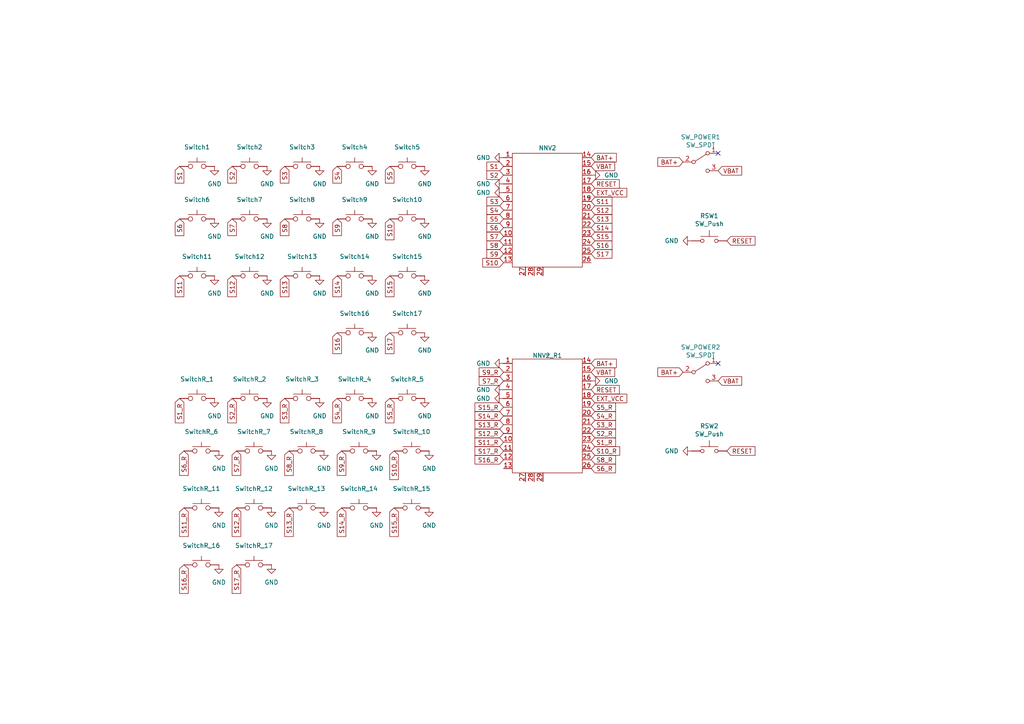
<source format=kicad_sch>
(kicad_sch (version 20250114) (generator "eeschema") (generator_version "9.0")
  (paper "A4")
  (lib_symbols
    (symbol "MCC NNV2:NNano_v2"
      (property "Reference" "NNV2" (at 0 1.27 0))
      (symbol "NNano_v2_0_1"
        (rectangle (start -10.16 0) (end 10.16 -33.02))
      )
      (symbol "NNano_v2_1_1"
        (pin passive line (at -12.7 -1.27 0) (length 2.54) (name "") (number "1"))
        (pin passive line (at -12.7 -3.81 0) (length 2.54) (name "") (number "2"))
        (pin passive line (at -12.7 -6.35 0) (length 2.54) (name "") (number "3"))
        (pin passive line (at -12.7 -8.89 0) (length 2.54) (name "") (number "4"))
        (pin passive line (at -12.7 -11.43 0) (length 2.54) (name "") (number "5"))
        (pin passive line (at -12.7 -13.97 0) (length 2.54) (name "") (number "6"))
        (pin passive line (at -12.7 -16.51 0) (length 2.54) (name "") (number "7"))
        (pin passive line (at -12.7 -19.05 0) (length 2.54) (name "") (number "8"))
        (pin passive line (at -12.7 -21.59 0) (length 2.54) (name "") (number "9"))
        (pin passive line (at -12.7 -24.13 0) (length 2.54) (name "") (number "10"))
        (pin passive line (at -12.7 -26.67 0) (length 2.54) (name "") (number "11"))
        (pin passive line (at -12.7 -29.21 0) (length 2.54) (name "") (number "12"))
        (pin passive line (at -12.7 -31.75 0) (length 2.54) (name "") (number "13"))
        (pin passive line (at -6.35 -35.56 90) (length 2.54) (name "") (number "27"))
        (pin passive line (at -3.81 -35.56 90) (length 2.54) (name "") (number "28"))
        (pin passive line (at -1.27 -35.56 90) (length 2.54) (name "") (number "29"))
        (pin passive line (at 12.7 -1.27 180) (length 2.54) (name "") (number "14"))
        (pin passive line (at 12.7 -3.81 180) (length 2.54) (name "") (number "15"))
        (pin passive line (at 12.7 -6.35 180) (length 2.54) (name "") (number "16"))
        (pin passive line (at 12.7 -8.89 180) (length 2.54) (name "") (number "17"))
        (pin passive line (at 12.7 -11.43 180) (length 2.54) (name "") (number "18"))
        (pin passive line (at 12.7 -13.97 180) (length 2.54) (name "") (number "19"))
        (pin passive line (at 12.7 -16.51 180) (length 2.54) (name "") (number "20"))
        (pin passive line (at 12.7 -19.05 180) (length 2.54) (name "") (number "21"))
        (pin passive line (at 12.7 -21.59 180) (length 2.54) (name "") (number "22"))
        (pin passive line (at 12.7 -24.13 180) (length 2.54) (name "") (number "23"))
        (pin passive line (at 12.7 -26.67 180) (length 2.54) (name "") (number "24"))
        (pin passive line (at 12.7 -29.21 180) (length 2.54) (name "") (number "25"))
        (pin passive line (at 12.7 -31.75 180) (length 2.54) (name "") (number "26"))
      )
    )
    (symbol "NNano_v2_1"
      (property "Reference" "NNV2" (at 0 1.27 0))
      (symbol "NNano_v2_1_0_1"
        (rectangle (start -10.16 0) (end 10.16 -33.02))
      )
      (symbol "NNano_v2_1_1_1"
        (pin passive line (at -12.7 -1.27 0) (length 2.54) (name "") (number "1"))
        (pin passive line (at -12.7 -3.81 0) (length 2.54) (name "") (number "2"))
        (pin passive line (at -12.7 -6.35 0) (length 2.54) (name "") (number "3"))
        (pin passive line (at -12.7 -8.89 0) (length 2.54) (name "") (number "4"))
        (pin passive line (at -12.7 -11.43 0) (length 2.54) (name "") (number "5"))
        (pin passive line (at -12.7 -13.97 0) (length 2.54) (name "") (number "6"))
        (pin passive line (at -12.7 -16.51 0) (length 2.54) (name "") (number "7"))
        (pin passive line (at -12.7 -19.05 0) (length 2.54) (name "") (number "8"))
        (pin passive line (at -12.7 -21.59 0) (length 2.54) (name "") (number "9"))
        (pin passive line (at -12.7 -24.13 0) (length 2.54) (name "") (number "10"))
        (pin passive line (at -12.7 -26.67 0) (length 2.54) (name "") (number "11"))
        (pin passive line (at -12.7 -29.21 0) (length 2.54) (name "") (number "12"))
        (pin passive line (at -12.7 -31.75 0) (length 2.54) (name "") (number "13"))
        (pin passive line (at -6.35 -35.56 90) (length 2.54) (name "") (number "27"))
        (pin passive line (at -3.81 -35.56 90) (length 2.54) (name "") (number "28"))
        (pin passive line (at -1.27 -35.56 90) (length 2.54) (name "") (number "29"))
        (pin passive line (at 12.7 -1.27 180) (length 2.54) (name "") (number "14"))
        (pin passive line (at 12.7 -3.81 180) (length 2.54) (name "") (number "15"))
        (pin passive line (at 12.7 -6.35 180) (length 2.54) (name "") (number "16"))
        (pin passive line (at 12.7 -8.89 180) (length 2.54) (name "") (number "17"))
        (pin passive line (at 12.7 -11.43 180) (length 2.54) (name "") (number "18"))
        (pin passive line (at 12.7 -13.97 180) (length 2.54) (name "") (number "19"))
        (pin passive line (at 12.7 -16.51 180) (length 2.54) (name "") (number "20"))
        (pin passive line (at 12.7 -19.05 180) (length 2.54) (name "") (number "21"))
        (pin passive line (at 12.7 -21.59 180) (length 2.54) (name "") (number "22"))
        (pin passive line (at 12.7 -24.13 180) (length 2.54) (name "") (number "23"))
        (pin passive line (at 12.7 -26.67 180) (length 2.54) (name "") (number "24"))
        (pin passive line (at 12.7 -29.21 180) (length 2.54) (name "") (number "25"))
        (pin passive line (at 12.7 -31.75 180) (length 2.54) (name "") (number "26"))
      )
    )
    (symbol "Switch:SW_Push" (pin_numbers (hide yes)) (pin_names (offset 1.016) (hide yes))
      (property "Reference" "SW" (at 1.27 2.54 0))
      (property "Value" "SW_Push" (at 0 -1.524 0))
      (symbol "SW_Push_0_1"
        (circle (center -2.032 0) (radius 0.508))
        (polyline (pts (xy 0 1.27) (xy 0 3.048)))
        (circle (center 2.032 0) (radius 0.508))
        (polyline (pts (xy 2.54 1.27) (xy -2.54 1.27)))
        (pin passive line (at -5.08 0 0) (length 2.54) (name "1") (number "1"))
        (pin passive line (at 5.08 0 180) (length 2.54) (name "2") (number "2"))
      )
    )
    (symbol "Switch:SW_SPDT" (pin_names (offset 0) (hide yes))
      (property "Reference" "SW" (at 0 4.318 0))
      (property "Value" "SW_SPDT" (at 0 -5.08 0))
      (symbol "SW_SPDT_0_0"
        (circle (center -2.032 0) (radius 0.508))
        (circle (center 2.032 -2.54) (radius 0.508))
      )
      (symbol "SW_SPDT_0_1"
        (polyline (pts (xy -1.524 0.254) (xy 1.651 2.286)))
        (circle (center 2.032 2.54) (radius 0.508))
      )
      (symbol "SW_SPDT_1_1"
        (pin passive line (at -5.08 0 0) (length 2.54) (name "B") (number "2"))
        (pin passive line (at 5.08 2.54 180) (length 2.54) (name "A") (number "1"))
        (pin passive line (at 5.08 -2.54 180) (length 2.54) (name "C") (number "3"))
      )
    )
    (symbol "Switches:Kailh_ChocV2_Switch" (pin_numbers (hide yes)) (pin_names (hide yes))
      (property "Reference" "Switch" (at 0 3.81 0))
      (symbol "Kailh_ChocV2_Switch_0_1"
        (polyline (pts (xy -2.54 1.27) (xy 2.54 1.27)))
        (circle (center -1.905 0) (radius 0.635))
        (polyline (pts (xy 0 1.27) (xy 0 2.54)))
        (circle (center 1.905 0) (radius 0.635))
      )
      (symbol "Kailh_ChocV2_Switch_1_1"
        (pin passive line (at -5.08 0 0) (length 2.54) (name "1") (number "1"))
        (pin passive line (at 5.08 0 180) (length 2.54) (name "2") (number "2"))
      )
    )
    (symbol "power:GND" (power) (pin_numbers (hide yes)) (pin_names (offset 0) (hide yes))
      (property "Value" "GND" (at 0 -3.81 0))
      (symbol "GND_0_1"
        (polyline (pts (xy 0 0) (xy 0 -1.27) (xy 1.27 -1.27) (xy 0 -2.54) (xy -1.27 -1.27) (xy 0 -1.27)))
      )
      (symbol "GND_1_1"
        (pin power_in line (at 0 0 270) (length 0) (name "~") (number "1"))
      )
    )
  )
  (no_connect (at 208.28 105.41))
  (no_connect (at 208.28 44.45))
  (global_label "S8" (shape input) (at 146.05 71.12 180) (property "Intersheetrefs" "${INTERSHEET_REFS}" (effects (hide yes))))
  (global_label "S10" (shape input) (at 146.05 76.2 180) (property "Intersheetrefs" "${INTERSHEET_REFS}" (effects (hide yes))))
  (global_label "S12" (shape input) (at 67.31 80.01 270) (property "Intersheetrefs" "${INTERSHEET_REFS}" (effects (hide yes))))
  (global_label "S10_R" (shape input) (at 171.45 130.81 0) (property "Intersheetrefs" "${INTERSHEET_REFS}" (effects (hide yes))))
  (global_label "S14" (shape input) (at 171.45 66.04 0) (property "Intersheetrefs" "${INTERSHEET_REFS}" (effects (hide yes))))
  (global_label "S16_R" (shape input) (at 53.34 163.83 270) (property "Intersheetrefs" "${INTERSHEET_REFS}" (effects (hide yes))))
  (global_label "S11_R" (shape input) (at 53.34 147.32 270) (property "Intersheetrefs" "${INTERSHEET_REFS}" (effects (hide yes))))
  (global_label "S9_R" (shape input) (at 146.05 107.95 180) (property "Intersheetrefs" "${INTERSHEET_REFS}" (effects (hide yes))))
  (global_label "S3" (shape input) (at 82.55 48.26 270) (property "Intersheetrefs" "${INTERSHEET_REFS}" (effects (hide yes))))
  (global_label "S2_R" (shape input) (at 171.45 125.73 0) (property "Intersheetrefs" "${INTERSHEET_REFS}" (effects (hide yes))))
  (global_label "S10_R" (shape input) (at 114.3 130.81 270) (property "Intersheetrefs" "${INTERSHEET_REFS}" (effects (hide yes))))
  (global_label "S2" (shape input) (at 146.05 50.8 180) (property "Intersheetrefs" "${INTERSHEET_REFS}" (effects (hide yes))))
  (global_label "S12_R" (shape input) (at 146.05 125.73 180) (property "Intersheetrefs" "${INTERSHEET_REFS}" (effects (hide yes))))
  (global_label "S3" (shape input) (at 146.05 58.42 180) (property "Intersheetrefs" "${INTERSHEET_REFS}" (effects (hide yes))))
  (global_label "RESET" (shape input) (at 171.45 113.03 0) (property "Intersheetrefs" "${INTERSHEET_REFS}" (effects (hide yes))))
  (global_label "S14" (shape input) (at 97.79 80.01 270) (property "Intersheetrefs" "${INTERSHEET_REFS}" (effects (hide yes))))
  (global_label "VBAT" (shape input) (at 171.45 107.95 0) (property "Intersheetrefs" "${INTERSHEET_REFS}" (effects (hide yes))))
  (global_label "S13" (shape input) (at 82.55 80.01 270) (property "Intersheetrefs" "${INTERSHEET_REFS}" (effects (hide yes))))
  (global_label "S4_R" (shape input) (at 171.45 120.65 0) (property "Intersheetrefs" "${INTERSHEET_REFS}" (effects (hide yes))))
  (global_label "S16_R" (shape input) (at 146.05 133.35 180) (property "Intersheetrefs" "${INTERSHEET_REFS}" (effects (hide yes))))
  (global_label "S4_R" (shape input) (at 97.79 115.57 270) (property "Intersheetrefs" "${INTERSHEET_REFS}" (effects (hide yes))))
  (global_label "VBAT" (shape input) (at 208.28 49.53 0) (property "Intersheetrefs" "${INTERSHEET_REFS}" (effects (hide yes))))
  (global_label "S3_R" (shape input) (at 82.55 115.57 270) (property "Intersheetrefs" "${INTERSHEET_REFS}" (effects (hide yes))))
  (global_label "RESET" (shape input) (at 210.82 69.85 0) (property "Intersheetrefs" "${INTERSHEET_REFS}" (effects (hide yes))))
  (global_label "S1_R" (shape input) (at 52.07 115.57 270) (property "Intersheetrefs" "${INTERSHEET_REFS}" (effects (hide yes))))
  (global_label "S17_R" (shape input) (at 68.58 163.83 270) (property "Intersheetrefs" "${INTERSHEET_REFS}" (effects (hide yes))))
  (global_label "S17_R" (shape input) (at 146.05 130.81 180) (property "Intersheetrefs" "${INTERSHEET_REFS}" (effects (hide yes))))
  (global_label "S1_R" (shape input) (at 171.45 128.27 0) (property "Intersheetrefs" "${INTERSHEET_REFS}" (effects (hide yes))))
  (global_label "S7_R" (shape input) (at 146.05 110.49 180) (property "Intersheetrefs" "${INTERSHEET_REFS}" (effects (hide yes))))
  (global_label "S1" (shape input) (at 146.05 48.26 180) (property "Intersheetrefs" "${INTERSHEET_REFS}" (effects (hide yes))))
  (global_label "BAT+" (shape input) (at 171.45 45.72 0) (property "Intersheetrefs" "${INTERSHEET_REFS}" (effects (hide yes))))
  (global_label "S16" (shape input) (at 171.45 71.12 0) (property "Intersheetrefs" "${INTERSHEET_REFS}" (effects (hide yes))))
  (global_label "S5_R" (shape input) (at 113.03 115.57 270) (property "Intersheetrefs" "${INTERSHEET_REFS}" (effects (hide yes))))
  (global_label "RESET" (shape input) (at 210.82 130.81 0) (property "Intersheetrefs" "${INTERSHEET_REFS}" (effects (hide yes))))
  (global_label "S15_R" (shape input) (at 146.05 118.11 180) (property "Intersheetrefs" "${INTERSHEET_REFS}" (effects (hide yes))))
  (global_label "VBAT" (shape input) (at 171.45 48.26 0) (property "Intersheetrefs" "${INTERSHEET_REFS}" (effects (hide yes))))
  (global_label "S9" (shape input) (at 97.79 63.5 270) (property "Intersheetrefs" "${INTERSHEET_REFS}" (effects (hide yes))))
  (global_label "S14_R" (shape input) (at 99.06 147.32 270) (property "Intersheetrefs" "${INTERSHEET_REFS}" (effects (hide yes))))
  (global_label "EXT_VCC" (shape input) (at 171.45 115.57 0) (property "Intersheetrefs" "${INTERSHEET_REFS}" (effects (hide yes))))
  (global_label "BAT+" (shape input) (at 171.45 105.41 0) (property "Intersheetrefs" "${INTERSHEET_REFS}" (effects (hide yes))))
  (global_label "BAT+" (shape input) (at 198.12 46.99 180) (property "Intersheetrefs" "${INTERSHEET_REFS}" (effects (hide yes))))
  (global_label "S7" (shape input) (at 146.05 68.58 180) (property "Intersheetrefs" "${INTERSHEET_REFS}" (effects (hide yes))))
  (global_label "S8_R" (shape input) (at 171.45 133.35 0) (property "Intersheetrefs" "${INTERSHEET_REFS}" (effects (hide yes))))
  (global_label "S2_R" (shape input) (at 67.31 115.57 270) (property "Intersheetrefs" "${INTERSHEET_REFS}" (effects (hide yes))))
  (global_label "S5_R" (shape input) (at 171.45 118.11 0) (property "Intersheetrefs" "${INTERSHEET_REFS}" (effects (hide yes))))
  (global_label "S12" (shape input) (at 171.45 60.96 0) (property "Intersheetrefs" "${INTERSHEET_REFS}" (effects (hide yes))))
  (global_label "S15" (shape input) (at 171.45 68.58 0) (property "Intersheetrefs" "${INTERSHEET_REFS}" (effects (hide yes))))
  (global_label "BAT+" (shape input) (at 198.12 107.95 180) (property "Intersheetrefs" "${INTERSHEET_REFS}" (effects (hide yes))))
  (global_label "S17" (shape input) (at 113.03 96.52 270) (property "Intersheetrefs" "${INTERSHEET_REFS}" (effects (hide yes))))
  (global_label "S1" (shape input) (at 52.07 48.26 270) (property "Intersheetrefs" "${INTERSHEET_REFS}" (effects (hide yes))))
  (global_label "S5" (shape input) (at 113.03 48.26 270) (property "Intersheetrefs" "${INTERSHEET_REFS}" (effects (hide yes))))
  (global_label "S2" (shape input) (at 67.31 48.26 270) (property "Intersheetrefs" "${INTERSHEET_REFS}" (effects (hide yes))))
  (global_label "S6_R" (shape input) (at 53.34 130.81 270) (property "Intersheetrefs" "${INTERSHEET_REFS}" (effects (hide yes))))
  (global_label "S7" (shape input) (at 67.31 63.5 270) (property "Intersheetrefs" "${INTERSHEET_REFS}" (effects (hide yes))))
  (global_label "S9_R" (shape input) (at 99.06 130.81 270) (property "Intersheetrefs" "${INTERSHEET_REFS}" (effects (hide yes))))
  (global_label "S13_R" (shape input) (at 146.05 123.19 180) (property "Intersheetrefs" "${INTERSHEET_REFS}" (effects (hide yes))))
  (global_label "S6" (shape input) (at 52.07 63.5 270) (property "Intersheetrefs" "${INTERSHEET_REFS}" (effects (hide yes))))
  (global_label "S12_R" (shape input) (at 68.58 147.32 270) (property "Intersheetrefs" "${INTERSHEET_REFS}" (effects (hide yes))))
  (global_label "S15" (shape input) (at 113.03 80.01 270) (property "Intersheetrefs" "${INTERSHEET_REFS}" (effects (hide yes))))
  (global_label "VBAT" (shape input) (at 208.28 110.49 0) (property "Intersheetrefs" "${INTERSHEET_REFS}" (effects (hide yes))))
  (global_label "S7_R" (shape input) (at 68.58 130.81 270) (property "Intersheetrefs" "${INTERSHEET_REFS}" (effects (hide yes))))
  (global_label "S14_R" (shape input) (at 146.05 120.65 180) (property "Intersheetrefs" "${INTERSHEET_REFS}" (effects (hide yes))))
  (global_label "S5" (shape input) (at 146.05 63.5 180) (property "Intersheetrefs" "${INTERSHEET_REFS}" (effects (hide yes))))
  (global_label "RESET" (shape input) (at 171.45 53.34 0) (property "Intersheetrefs" "${INTERSHEET_REFS}" (effects (hide yes))))
  (global_label "S11" (shape input) (at 52.07 80.01 270) (property "Intersheetrefs" "${INTERSHEET_REFS}" (effects (hide yes))))
  (global_label "S15_R" (shape input) (at 114.3 147.32 270) (property "Intersheetrefs" "${INTERSHEET_REFS}" (effects (hide yes))))
  (global_label "S13_R" (shape input) (at 83.82 147.32 270) (property "Intersheetrefs" "${INTERSHEET_REFS}" (effects (hide yes))))
  (global_label "S8" (shape input) (at 82.55 63.5 270) (property "Intersheetrefs" "${INTERSHEET_REFS}" (effects (hide yes))))
  (global_label "S10" (shape input) (at 113.03 63.5 270) (property "Intersheetrefs" "${INTERSHEET_REFS}" (effects (hide yes))))
  (global_label "S9" (shape input) (at 146.05 73.66 180) (property "Intersheetrefs" "${INTERSHEET_REFS}" (effects (hide yes))))
  (global_label "S13" (shape input) (at 171.45 63.5 0) (property "Intersheetrefs" "${INTERSHEET_REFS}" (effects (hide yes))))
  (global_label "EXT_VCC" (shape input) (at 171.45 55.88 0) (property "Intersheetrefs" "${INTERSHEET_REFS}" (effects (hide yes))))
  (global_label "S17" (shape input) (at 171.45 73.66 0) (property "Intersheetrefs" "${INTERSHEET_REFS}" (effects (hide yes))))
  (global_label "S16" (shape input) (at 97.79 96.52 270) (property "Intersheetrefs" "${INTERSHEET_REFS}" (effects (hide yes))))
  (global_label "S6" (shape input) (at 146.05 66.04 180) (property "Intersheetrefs" "${INTERSHEET_REFS}" (effects (hide yes))))
  (global_label "S11" (shape input) (at 171.45 58.42 0) (property "Intersheetrefs" "${INTERSHEET_REFS}" (effects (hide yes))))
  (global_label "S4" (shape input) (at 146.05 60.96 180) (property "Intersheetrefs" "${INTERSHEET_REFS}" (effects (hide yes))))
  (global_label "S11_R" (shape input) (at 146.05 128.27 180) (property "Intersheetrefs" "${INTERSHEET_REFS}" (effects (hide yes))))
  (global_label "S8_R" (shape input) (at 83.82 130.81 270) (property "Intersheetrefs" "${INTERSHEET_REFS}" (effects (hide yes))))
  (global_label "S6_R" (shape input) (at 171.45 135.89 0) (property "Intersheetrefs" "${INTERSHEET_REFS}" (effects (hide yes))))
  (global_label "S3_R" (shape input) (at 171.45 123.19 0) (property "Intersheetrefs" "${INTERSHEET_REFS}" (effects (hide yes))))
  (global_label "S4" (shape input) (at 97.79 48.26 270) (property "Intersheetrefs" "${INTERSHEET_REFS}" (effects (hide yes))))
  (symbol (lib_id "Switches:Kailh_ChocV2_Switch") (at 73.66 163.83 0) (unit 1)
    (property "Reference" "SwitchR_17" (at 73.66 158.242 0))
    (property "Footprint" "Switches:keyswitch_cherrymx_alps_choc12_slots_1u" (effects (hide yes)))
  )
  (symbol (lib_id "power:GND") (at 200.66 69.85 270) (unit 1)
    (property "Reference" "#PWR043" (effects (hide yes)))
    (property "Value" "GND" (at 196.85 69.8499 90) (effects (justify right)))
    (property "Description" "Power symbol creates a global label with name \"GND\" , ground" (effects (hide yes)))
  )
  (symbol (lib_id "Switches:Kailh_ChocV2_Switch") (at 57.15 80.01 0) (unit 1)
    (property "Reference" "Switch11" (at 57.15 74.422 0))
    (property "Footprint" "Switches:keyswitch_cherrymx_alps_choc12_slots_1u" (effects (hide yes)))
  )
  (symbol (lib_id "Switches:Kailh_ChocV2_Switch") (at 72.39 48.26 0) (unit 1)
    (property "Reference" "Switch2" (at 72.39 42.672 0))
    (property "Footprint" "Switches:keyswitch_cherrymx_alps_choc12_slots_1u" (effects (hide yes)))
  )
  (symbol (lib_id "power:GND") (at 109.22 147.32 0) (unit 1)
    (property "Reference" "#PWR034" (effects (hide yes)))
    (property "Value" "GND" (at 109.22 152.4 0))
    (property "Description" "Power symbol creates a global label with name \"GND\" , ground" (effects (hide yes)))
  )
  (symbol (lib_id "Switches:Kailh_ChocV2_Switch") (at 102.87 80.01 0) (unit 1)
    (property "Reference" "Switch14" (at 102.87 74.422 0))
    (property "Footprint" "Switches:keyswitch_cherrymx_alps_choc12_slots_1u" (effects (hide yes)))
  )
  (symbol (lib_id "power:GND") (at 146.05 55.88 270) (unit 1)
    (property "Reference" "#PWR03" (effects (hide yes)))
    (property "Value" "GND" (at 142.24 55.8799 90) (effects (justify right)))
    (property "Description" "Power symbol creates a global label with name \"GND\" , ground" (effects (hide yes)))
  )
  (symbol (lib_id "power:GND") (at 62.23 80.01 0) (unit 1)
    (property "Reference" "#PWR014" (effects (hide yes)))
    (property "Value" "GND" (at 62.23 85.09 0))
    (property "Description" "Power symbol creates a global label with name \"GND\" , ground" (effects (hide yes)))
  )
  (symbol (lib_id "Switches:Kailh_ChocV2_Switch") (at 102.87 63.5 0) (unit 1)
    (property "Reference" "Switch9" (at 102.87 57.912 0))
    (property "Footprint" "Switches:keyswitch_cherrymx_alps_choc12_slots_1u" (effects (hide yes)))
  )
  (symbol (lib_id "power:GND") (at 124.46 130.81 0) (unit 1)
    (property "Reference" "#PWR030" (effects (hide yes)))
    (property "Value" "GND" (at 124.46 135.89 0))
    (property "Description" "Power symbol creates a global label with name \"GND\" , ground" (effects (hide yes)))
  )
  (symbol (lib_id "power:GND") (at 93.98 130.81 0) (unit 1)
    (property "Reference" "#PWR028" (effects (hide yes)))
    (property "Value" "GND" (at 93.98 135.89 0))
    (property "Description" "Power symbol creates a global label with name \"GND\" , ground" (effects (hide yes)))
  )
  (symbol (lib_id "Switches:Kailh_ChocV2_Switch") (at 57.15 63.5 0) (unit 1)
    (property "Reference" "Switch6" (at 57.15 57.912 0))
    (property "Footprint" "Switches:keyswitch_cherrymx_alps_choc12_slots_1u" (effects (hide yes)))
  )
  (symbol (lib_id "power:GND") (at 146.05 105.41 270) (unit 1)
    (property "Reference" "#PWR039" (effects (hide yes)))
    (property "Value" "GND" (at 142.24 105.4099 90) (effects (justify right)))
    (property "Description" "Power symbol creates a global label with name \"GND\" , ground" (effects (hide yes)))
  )
  (symbol (lib_id "Switches:Kailh_ChocV2_Switch") (at 73.66 147.32 0) (unit 1)
    (property "Reference" "SwitchR_12" (at 73.66 141.732 0))
    (property "Footprint" "Switches:keyswitch_cherrymx_alps_choc12_slots_1u" (effects (hide yes)))
  )
  (symbol (lib_id "Switches:Kailh_ChocV2_Switch") (at 73.66 130.81 0) (unit 1)
    (property "Reference" "SwitchR_7" (at 73.66 125.222 0))
    (property "Footprint" "Switches:keyswitch_cherrymx_alps_choc12_slots_1u" (effects (hide yes)))
  )
  (symbol (lib_id "power:GND") (at 146.05 45.72 270) (unit 1)
    (property "Reference" "#PWR01" (effects (hide yes)))
    (property "Value" "GND" (at 142.24 45.7199 90) (effects (justify right)))
    (property "Description" "Power symbol creates a global label with name \"GND\" , ground" (effects (hide yes)))
  )
  (symbol (lib_id "power:GND") (at 92.71 63.5 0) (unit 1)
    (property "Reference" "#PWR011" (effects (hide yes)))
    (property "Value" "GND" (at 92.71 68.58 0))
    (property "Description" "Power symbol creates a global label with name \"GND\" , ground" (effects (hide yes)))
  )
  (symbol (lib_id "Switches:Kailh_ChocV2_Switch") (at 57.15 48.26 0) (unit 1)
    (property "Reference" "Switch1" (at 57.15 42.672 0))
    (property "Footprint" "Switches:keyswitch_cherrymx_alps_choc12_slots_1u" (effects (hide yes)))
  )
  (symbol (lib_id "power:GND") (at 146.05 113.03 270) (unit 1)
    (property "Reference" "#PWR040" (effects (hide yes)))
    (property "Value" "GND" (at 142.24 113.0299 90) (effects (justify right)))
    (property "Description" "Power symbol creates a global label with name \"GND\" , ground" (effects (hide yes)))
  )
  (symbol (lib_id "Switches:Kailh_ChocV2_Switch") (at 104.14 130.81 0) (unit 1)
    (property "Reference" "SwitchR_9" (at 104.14 125.222 0))
    (property "Footprint" "Switches:keyswitch_cherrymx_alps_choc12_slots_1u" (effects (hide yes)))
  )
  (symbol (lib_id "Switches:Kailh_ChocV2_Switch") (at 119.38 130.81 0) (unit 1)
    (property "Reference" "SwitchR_10" (at 119.38 125.222 0))
    (property "Footprint" "Switches:keyswitch_cherrymx_alps_choc12_slots_1u" (effects (hide yes)))
  )
  (symbol (lib_id "Switches:Kailh_ChocV2_Switch") (at 102.87 48.26 0) (unit 1)
    (property "Reference" "Switch4" (at 102.87 42.672 0))
    (property "Footprint" "Switches:keyswitch_cherrymx_alps_choc12_slots_1u" (effects (hide yes)))
  )
  (symbol (lib_id "Switches:Kailh_ChocV2_Switch") (at 119.38 147.32 0) (unit 1)
    (property "Reference" "SwitchR_15" (at 119.38 141.732 0))
    (property "Footprint" "Switches:keyswitch_cherrymx_alps_choc12_slots_1u" (effects (hide yes)))
  )
  (symbol (lib_id "power:GND") (at 123.19 96.52 0) (unit 1)
    (property "Reference" "#PWR020" (effects (hide yes)))
    (property "Value" "GND" (at 123.19 101.6 0))
    (property "Description" "Power symbol creates a global label with name \"GND\" , ground" (effects (hide yes)))
  )
  (symbol (lib_id "power:GND") (at 63.5 147.32 0) (unit 1)
    (property "Reference" "#PWR031" (effects (hide yes)))
    (property "Value" "GND" (at 63.5 152.4 0))
    (property "Description" "Power symbol creates a global label with name \"GND\" , ground" (effects (hide yes)))
  )
  (symbol (lib_id "power:GND") (at 78.74 163.83 0) (unit 1)
    (property "Reference" "#PWR037" (effects (hide yes)))
    (property "Value" "GND" (at 78.74 168.91 0))
    (property "Description" "Power symbol creates a global label with name \"GND\" , ground" (effects (hide yes)))
  )
  (symbol (lib_id "power:GND") (at 123.19 48.26 0) (unit 1)
    (property "Reference" "#PWR08" (effects (hide yes)))
    (property "Value" "GND" (at 123.19 53.34 0))
    (property "Description" "Power symbol creates a global label with name \"GND\" , ground" (effects (hide yes)))
  )
  (symbol (lib_id "Switch:SW_SPDT") (at 203.2 46.99 0) (unit 1)
    (property "Reference" "SW_POWER1" (at 203.2 39.751 0))
    (property "Value" "SW_SPDT" (at 203.2 42.0624 0))
    (property "Footprint" "switch_button:smt-slider-switch" (effects (hide yes)))
  )
  (symbol (lib_id "power:GND") (at 107.95 96.52 0) (unit 1)
    (property "Reference" "#PWR019" (effects (hide yes)))
    (property "Value" "GND" (at 107.95 101.6 0))
    (property "Description" "Power symbol creates a global label with name \"GND\" , ground" (effects (hide yes)))
  )
  (symbol (lib_id "power:GND") (at 107.95 80.01 0) (unit 1)
    (property "Reference" "#PWR017" (effects (hide yes)))
    (property "Value" "GND" (at 107.95 85.09 0))
    (property "Description" "Power symbol creates a global label with name \"GND\" , ground" (effects (hide yes)))
  )
  (symbol (lib_id "power:GND") (at 146.05 53.34 270) (unit 1)
    (property "Reference" "#PWR02" (effects (hide yes)))
    (property "Value" "GND" (at 142.24 53.3399 90) (effects (justify right)))
    (property "Description" "Power symbol creates a global label with name \"GND\" , ground" (effects (hide yes)))
  )
  (symbol (lib_id "power:GND") (at 62.23 115.57 0) (unit 1)
    (property "Reference" "#PWR021" (effects (hide yes)))
    (property "Value" "GND" (at 62.23 120.65 0))
    (property "Description" "Power symbol creates a global label with name \"GND\" , ground" (effects (hide yes)))
  )
  (symbol (lib_id "power:GND") (at 92.71 48.26 0) (unit 1)
    (property "Reference" "#PWR06" (effects (hide yes)))
    (property "Value" "GND" (at 92.71 53.34 0))
    (property "Description" "Power symbol creates a global label with name \"GND\" , ground" (effects (hide yes)))
  )
  (symbol (lib_id "Switch:SW_Push") (at 205.74 69.85 0) (unit 1)
    (property "Reference" "RSW1" (at 205.74 62.611 0))
    (property "Value" "SW_Push" (at 205.74 64.9224 0))
    (property "Footprint" "reset:SW_RESET" (effects (hide yes)))
  )
  (symbol (lib_id "Switches:Kailh_ChocV2_Switch") (at 88.9 130.81 0) (unit 1)
    (property "Reference" "SwitchR_8" (at 88.9 125.222 0))
    (property "Footprint" "Switches:keyswitch_cherrymx_alps_choc12_slots_1u" (effects (hide yes)))
  )
  (symbol (lib_id "Switches:Kailh_ChocV2_Switch") (at 72.39 80.01 0) (unit 1)
    (property "Reference" "Switch12" (at 72.39 74.422 0))
    (property "Footprint" "Switches:keyswitch_cherrymx_alps_choc12_slots_1u" (effects (hide yes)))
  )
  (symbol (lib_id "power:GND") (at 78.74 130.81 0) (unit 1)
    (property "Reference" "#PWR027" (effects (hide yes)))
    (property "Value" "GND" (at 78.74 135.89 0))
    (property "Description" "Power symbol creates a global label with name \"GND\" , ground" (effects (hide yes)))
  )
  (symbol (lib_id "Switches:Kailh_ChocV2_Switch") (at 104.14 147.32 0) (unit 1)
    (property "Reference" "SwitchR_14" (at 104.14 141.732 0))
    (property "Footprint" "Switches:keyswitch_cherrymx_alps_choc12_slots_1u" (effects (hide yes)))
  )
  (symbol (lib_id "Switches:Kailh_ChocV2_Switch") (at 72.39 63.5 0) (unit 1)
    (property "Reference" "Switch7" (at 72.39 57.912 0))
    (property "Footprint" "Switches:keyswitch_cherrymx_alps_choc12_slots_1u" (effects (hide yes)))
  )
  (symbol (lib_id "power:GND") (at 124.46 147.32 0) (unit 1)
    (property "Reference" "#PWR035" (effects (hide yes)))
    (property "Value" "GND" (at 124.46 152.4 0))
    (property "Description" "Power symbol creates a global label with name \"GND\" , ground" (effects (hide yes)))
  )
  (symbol (lib_id "power:GND") (at 107.95 115.57 0) (unit 1)
    (property "Reference" "#PWR024" (effects (hide yes)))
    (property "Value" "GND" (at 107.95 120.65 0))
    (property "Description" "Power symbol creates a global label with name \"GND\" , ground" (effects (hide yes)))
  )
  (symbol (lib_id "Switches:Kailh_ChocV2_Switch") (at 58.42 163.83 0) (unit 1)
    (property "Reference" "SwitchR_16" (at 58.42 158.242 0))
    (property "Footprint" "Switches:keyswitch_cherrymx_alps_choc12_slots_1u" (effects (hide yes)))
  )
  (symbol (lib_id "power:GND") (at 123.19 80.01 0) (unit 1)
    (property "Reference" "#PWR018" (effects (hide yes)))
    (property "Value" "GND" (at 123.19 85.09 0))
    (property "Description" "Power symbol creates a global label with name \"GND\" , ground" (effects (hide yes)))
  )
  (symbol (lib_id "Switch:SW_SPDT") (at 203.2 107.95 0) (unit 1)
    (property "Reference" "SW_POWER2" (at 203.2 100.711 0))
    (property "Value" "SW_SPDT" (at 203.2 103.0224 0))
    (property "Footprint" "switch_button:smt-slider-switch" (effects (hide yes)))
  )
  (symbol (lib_id "Switches:Kailh_ChocV2_Switch") (at 58.42 147.32 0) (unit 1)
    (property "Reference" "SwitchR_11" (at 58.42 141.732 0))
    (property "Footprint" "Switches:keyswitch_cherrymx_alps_choc12_slots_1u" (effects (hide yes)))
  )
  (symbol (lib_id "power:GND") (at 92.71 115.57 0) (unit 1)
    (property "Reference" "#PWR023" (effects (hide yes)))
    (property "Value" "GND" (at 92.71 120.65 0))
    (property "Description" "Power symbol creates a global label with name \"GND\" , ground" (effects (hide yes)))
  )
  (symbol (lib_id "power:GND") (at 123.19 115.57 0) (unit 1)
    (property "Reference" "#PWR025" (effects (hide yes)))
    (property "Value" "GND" (at 123.19 120.65 0))
    (property "Description" "Power symbol creates a global label with name \"GND\" , ground" (effects (hide yes)))
  )
  (symbol (lib_id "power:GND") (at 109.22 130.81 0) (unit 1)
    (property "Reference" "#PWR029" (effects (hide yes)))
    (property "Value" "GND" (at 109.22 135.89 0))
    (property "Description" "Power symbol creates a global label with name \"GND\" , ground" (effects (hide yes)))
  )
  (symbol (lib_id "Switches:Kailh_ChocV2_Switch") (at 87.63 115.57 0) (unit 1)
    (property "Reference" "SwitchR_3" (at 87.63 109.982 0))
    (property "Footprint" "Switches:keyswitch_cherrymx_alps_choc12_slots_1u" (effects (hide yes)))
  )
  (symbol (lib_id "power:GND") (at 123.19 63.5 0) (unit 1)
    (property "Reference" "#PWR013" (effects (hide yes)))
    (property "Value" "GND" (at 123.19 68.58 0))
    (property "Description" "Power symbol creates a global label with name \"GND\" , ground" (effects (hide yes)))
  )
  (symbol (lib_id "Switch:SW_Push") (at 205.74 130.81 0) (unit 1)
    (property "Reference" "RSW2" (at 205.74 123.571 0))
    (property "Value" "SW_Push" (at 205.74 125.8824 0))
    (property "Footprint" "reset:SW_RESET" (effects (hide yes)))
  )
  (symbol (lib_id "Switches:Kailh_ChocV2_Switch") (at 118.11 115.57 0) (unit 1)
    (property "Reference" "SwitchR_5" (at 118.11 109.982 0))
    (property "Footprint" "Switches:keyswitch_cherrymx_alps_choc12_slots_1u" (effects (hide yes)))
  )
  (symbol (lib_id "Switches:Kailh_ChocV2_Switch") (at 102.87 96.52 0) (unit 1)
    (property "Reference" "Switch16" (at 102.87 90.932 0))
    (property "Footprint" "Switches:keyswitch_cherrymx_alps_choc12_slots_1u" (effects (hide yes)))
  )
  (symbol (lib_id "Switches:Kailh_ChocV2_Switch") (at 72.39 115.57 0) (unit 1)
    (property "Reference" "SwitchR_2" (at 72.39 109.982 0))
    (property "Footprint" "Switches:keyswitch_cherrymx_alps_choc12_slots_1u" (effects (hide yes)))
  )
  (symbol (lib_id "Switches:Kailh_ChocV2_Switch") (at 87.63 48.26 0) (unit 1)
    (property "Reference" "Switch3" (at 87.63 42.672 0))
    (property "Footprint" "Switches:keyswitch_cherrymx_alps_choc12_slots_1u" (effects (hide yes)))
  )
  (symbol (lib_id "power:GND") (at 78.74 147.32 0) (unit 1)
    (property "Reference" "#PWR032" (effects (hide yes)))
    (property "Value" "GND" (at 78.74 152.4 0))
    (property "Description" "Power symbol creates a global label with name \"GND\" , ground" (effects (hide yes)))
  )
  (symbol (lib_name "NNano_v2_1") (lib_id "MCC NNV2:NNano_v2") (at 158.75 44.45 0) (unit 1)
    (property "Reference" "NNV2" (at 156.21 42.926 0) (effects (justify left)))
    (property "Value" "~" (at 170.18 57.15 0) (effects (justify left)))
    (property "Footprint" "Microcontroller:nice_nano" (effects (hide yes)))
  )
  (symbol (lib_id "MCC NNV2:NNano_v2") (at 158.75 104.14 0) (unit 1)
    (property "Reference" "NNV2_R1" (at 158.75 103.124 0))
    (property "Value" "~" (at 158.75 102.87 0))
    (property "Footprint" "Microcontroller:nice_nano" (effects (hide yes)))
  )
  (symbol (lib_id "power:GND") (at 171.45 50.8 90) (mirror x) (unit 1)
    (property "Reference" "#PWR038" (effects (hide yes)))
    (property "Value" "GND" (at 175.26 50.7999 90) (effects (justify right)))
    (property "Description" "Power symbol creates a global label with name \"GND\" , ground" (effects (hide yes)))
  )
  (symbol (lib_id "power:GND") (at 92.71 80.01 0) (unit 1)
    (property "Reference" "#PWR016" (effects (hide yes)))
    (property "Value" "GND" (at 92.71 85.09 0))
    (property "Description" "Power symbol creates a global label with name \"GND\" , ground" (effects (hide yes)))
  )
  (symbol (lib_id "power:GND") (at 107.95 48.26 0) (unit 1)
    (property "Reference" "#PWR07" (effects (hide yes)))
    (property "Value" "GND" (at 107.95 53.34 0))
    (property "Description" "Power symbol creates a global label with name \"GND\" , ground" (effects (hide yes)))
  )
  (symbol (lib_id "Switches:Kailh_ChocV2_Switch") (at 57.15 115.57 0) (unit 1)
    (property "Reference" "SwitchR_1" (at 57.15 109.982 0))
    (property "Footprint" "Switches:keyswitch_cherrymx_alps_choc12_slots_1u" (effects (hide yes)))
  )
  (symbol (lib_id "power:GND") (at 146.05 115.57 270) (unit 1)
    (property "Reference" "#PWR041" (effects (hide yes)))
    (property "Value" "GND" (at 142.24 115.5699 90) (effects (justify right)))
    (property "Description" "Power symbol creates a global label with name \"GND\" , ground" (effects (hide yes)))
  )
  (symbol (lib_id "Switches:Kailh_ChocV2_Switch") (at 87.63 80.01 0) (unit 1)
    (property "Reference" "Switch13" (at 87.63 74.422 0))
    (property "Footprint" "Switches:keyswitch_cherrymx_alps_choc12_slots_1u" (effects (hide yes)))
  )
  (symbol (lib_id "power:GND") (at 107.95 63.5 0) (unit 1)
    (property "Reference" "#PWR012" (effects (hide yes)))
    (property "Value" "GND" (at 107.95 68.58 0))
    (property "Description" "Power symbol creates a global label with name \"GND\" , ground" (effects (hide yes)))
  )
  (symbol (lib_id "Switches:Kailh_ChocV2_Switch") (at 118.11 80.01 0) (unit 1)
    (property "Reference" "Switch15" (at 118.11 74.422 0))
    (property "Footprint" "Switches:keyswitch_cherrymx_alps_choc12_slots_1u" (effects (hide yes)))
  )
  (symbol (lib_id "Switches:Kailh_ChocV2_Switch") (at 58.42 130.81 0) (unit 1)
    (property "Reference" "SwitchR_6" (at 58.42 125.222 0))
    (property "Footprint" "Switches:keyswitch_cherrymx_alps_choc12_slots_1u" (effects (hide yes)))
  )
  (symbol (lib_id "power:GND") (at 63.5 130.81 0) (unit 1)
    (property "Reference" "#PWR026" (effects (hide yes)))
    (property "Value" "GND" (at 63.5 135.89 0))
    (property "Description" "Power symbol creates a global label with name \"GND\" , ground" (effects (hide yes)))
  )
  (symbol (lib_id "Switches:Kailh_ChocV2_Switch") (at 118.11 48.26 0) (unit 1)
    (property "Reference" "Switch5" (at 118.11 42.672 0))
    (property "Footprint" "Switches:keyswitch_cherrymx_alps_choc12_slots_1u" (effects (hide yes)))
  )
  (symbol (lib_id "power:GND") (at 77.47 63.5 0) (unit 1)
    (property "Reference" "#PWR010" (effects (hide yes)))
    (property "Value" "GND" (at 77.47 68.58 0))
    (property "Description" "Power symbol creates a global label with name \"GND\" , ground" (effects (hide yes)))
  )
  (symbol (lib_id "Switches:Kailh_ChocV2_Switch") (at 118.11 96.52 0) (unit 1)
    (property "Reference" "Switch17" (at 118.11 90.932 0))
    (property "Footprint" "Switches:keyswitch_cherrymx_alps_choc12_slots_1u" (effects (hide yes)))
  )
  (symbol (lib_id "power:GND") (at 200.66 130.81 270) (unit 1)
    (property "Reference" "#PWR044" (effects (hide yes)))
    (property "Value" "GND" (at 196.85 130.8099 90) (effects (justify right)))
    (property "Description" "Power symbol creates a global label with name \"GND\" , ground" (effects (hide yes)))
  )
  (symbol (lib_id "power:GND") (at 93.98 147.32 0) (unit 1)
    (property "Reference" "#PWR033" (effects (hide yes)))
    (property "Value" "GND" (at 93.98 152.4 0))
    (property "Description" "Power symbol creates a global label with name \"GND\" , ground" (effects (hide yes)))
  )
  (symbol (lib_id "power:GND") (at 77.47 115.57 0) (unit 1)
    (property "Reference" "#PWR022" (effects (hide yes)))
    (property "Value" "GND" (at 77.47 120.65 0))
    (property "Description" "Power symbol creates a global label with name \"GND\" , ground" (effects (hide yes)))
  )
  (symbol (lib_id "power:GND") (at 62.23 63.5 0) (unit 1)
    (property "Reference" "#PWR09" (effects (hide yes)))
    (property "Value" "GND" (at 62.23 68.58 0))
    (property "Description" "Power symbol creates a global label with name \"GND\" , ground" (effects (hide yes)))
  )
  (symbol (lib_id "Switches:Kailh_ChocV2_Switch") (at 87.63 63.5 0) (unit 1)
    (property "Reference" "Switch8" (at 87.63 57.912 0))
    (property "Footprint" "Switches:keyswitch_cherrymx_alps_choc12_slots_1u" (effects (hide yes)))
  )
  (symbol (lib_id "power:GND") (at 62.23 48.26 0) (unit 1)
    (property "Reference" "#PWR04" (effects (hide yes)))
    (property "Value" "GND" (at 62.23 53.34 0))
    (property "Description" "Power symbol creates a global label with name \"GND\" , ground" (effects (hide yes)))
  )
  (symbol (lib_id "power:GND") (at 77.47 80.01 0) (unit 1)
    (property "Reference" "#PWR015" (effects (hide yes)))
    (property "Value" "GND" (at 77.47 85.09 0))
    (property "Description" "Power symbol creates a global label with name \"GND\" , ground" (effects (hide yes)))
  )
  (symbol (lib_id "Switches:Kailh_ChocV2_Switch") (at 88.9 147.32 0) (unit 1)
    (property "Reference" "SwitchR_13" (at 88.9 141.732 0))
    (property "Footprint" "Switches:keyswitch_cherrymx_alps_choc12_slots_1u" (effects (hide yes)))
  )
  (symbol (lib_id "power:GND") (at 171.45 110.49 90) (unit 1)
    (property "Reference" "#PWR042" (effects (hide yes)))
    (property "Value" "GND" (at 175.26 110.4899 90) (effects (justify right)))
    (property "Description" "Power symbol creates a global label with name \"GND\" , ground" (effects (hide yes)))
  )
  (symbol (lib_id "power:GND") (at 77.47 48.26 0) (unit 1)
    (property "Reference" "#PWR05" (effects (hide yes)))
    (property "Value" "GND" (at 77.47 53.34 0))
    (property "Description" "Power symbol creates a global label with name \"GND\" , ground" (effects (hide yes)))
  )
  (symbol (lib_id "Switches:Kailh_ChocV2_Switch") (at 102.87 115.57 0) (unit 1)
    (property "Reference" "SwitchR_4" (at 102.87 109.982 0))
    (property "Footprint" "Switches:keyswitch_cherrymx_alps_choc12_slots_1u" (effects (hide yes)))
  )
  (symbol (lib_id "power:GND") (at 63.5 163.83 0) (unit 1)
    (property "Reference" "#PWR036" (effects (hide yes)))
    (property "Value" "GND" (at 63.5 168.91 0))
    (property "Description" "Power symbol creates a global label with name \"GND\" , ground" (effects (hide yes)))
  )
  (symbol (lib_id "Switches:Kailh_ChocV2_Switch") (at 118.11 63.5 0) (unit 1)
    (property "Reference" "Switch10" (at 118.11 57.912 0))
    (property "Footprint" "Switches:keyswitch_cherrymx_alps_choc12_slots_1u" (effects (hide yes)))
  )
)
</source>
